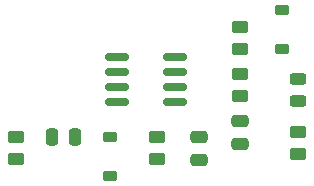
<source format=gtp>
G04 #@! TF.GenerationSoftware,KiCad,Pcbnew,7.0.6-0*
G04 #@! TF.CreationDate,2023-08-27T09:50:28-04:00*
G04 #@! TF.ProjectId,edge triggered monostable,65646765-2074-4726-9967-676572656420,1.0*
G04 #@! TF.SameCoordinates,Original*
G04 #@! TF.FileFunction,Paste,Top*
G04 #@! TF.FilePolarity,Positive*
%FSLAX46Y46*%
G04 Gerber Fmt 4.6, Leading zero omitted, Abs format (unit mm)*
G04 Created by KiCad (PCBNEW 7.0.6-0) date 2023-08-27 09:50:28*
%MOMM*%
%LPD*%
G01*
G04 APERTURE LIST*
G04 Aperture macros list*
%AMRoundRect*
0 Rectangle with rounded corners*
0 $1 Rounding radius*
0 $2 $3 $4 $5 $6 $7 $8 $9 X,Y pos of 4 corners*
0 Add a 4 corners polygon primitive as box body*
4,1,4,$2,$3,$4,$5,$6,$7,$8,$9,$2,$3,0*
0 Add four circle primitives for the rounded corners*
1,1,$1+$1,$2,$3*
1,1,$1+$1,$4,$5*
1,1,$1+$1,$6,$7*
1,1,$1+$1,$8,$9*
0 Add four rect primitives between the rounded corners*
20,1,$1+$1,$2,$3,$4,$5,0*
20,1,$1+$1,$4,$5,$6,$7,0*
20,1,$1+$1,$6,$7,$8,$9,0*
20,1,$1+$1,$8,$9,$2,$3,0*%
G04 Aperture macros list end*
%ADD10RoundRect,0.150000X-0.825000X-0.150000X0.825000X-0.150000X0.825000X0.150000X-0.825000X0.150000X0*%
%ADD11RoundRect,0.250000X0.450000X-0.262500X0.450000X0.262500X-0.450000X0.262500X-0.450000X-0.262500X0*%
%ADD12RoundRect,0.250000X-0.450000X0.262500X-0.450000X-0.262500X0.450000X-0.262500X0.450000X0.262500X0*%
%ADD13RoundRect,0.243750X-0.456250X0.243750X-0.456250X-0.243750X0.456250X-0.243750X0.456250X0.243750X0*%
%ADD14RoundRect,0.225000X-0.375000X0.225000X-0.375000X-0.225000X0.375000X-0.225000X0.375000X0.225000X0*%
%ADD15RoundRect,0.250000X-0.475000X0.250000X-0.475000X-0.250000X0.475000X-0.250000X0.475000X0.250000X0*%
%ADD16RoundRect,0.225000X0.375000X-0.225000X0.375000X0.225000X-0.375000X0.225000X-0.375000X-0.225000X0*%
%ADD17RoundRect,0.250000X-0.250000X-0.475000X0.250000X-0.475000X0.250000X0.475000X-0.250000X0.475000X0*%
G04 APERTURE END LIST*
D10*
X107550000Y-98190000D03*
X107550000Y-99460000D03*
X107550000Y-100730000D03*
X107550000Y-102000000D03*
X112500000Y-102000000D03*
X112500000Y-100730000D03*
X112500000Y-99460000D03*
X112500000Y-98190000D03*
D11*
X118000000Y-101500000D03*
X118000000Y-99675000D03*
D12*
X118000000Y-95675000D03*
X118000000Y-97500000D03*
D13*
X122937500Y-100062500D03*
X122937500Y-101937500D03*
D11*
X122912500Y-106412500D03*
X122912500Y-104587500D03*
D14*
X107000000Y-105000000D03*
X107000000Y-108300000D03*
D15*
X114500000Y-105000000D03*
X114500000Y-106900000D03*
X118000000Y-103637500D03*
X118000000Y-105537500D03*
D12*
X111000000Y-105000000D03*
X111000000Y-106825000D03*
D16*
X121500000Y-97500000D03*
X121500000Y-94200000D03*
D12*
X99000000Y-105000000D03*
X99000000Y-106825000D03*
D17*
X102100000Y-105000000D03*
X104000000Y-105000000D03*
M02*

</source>
